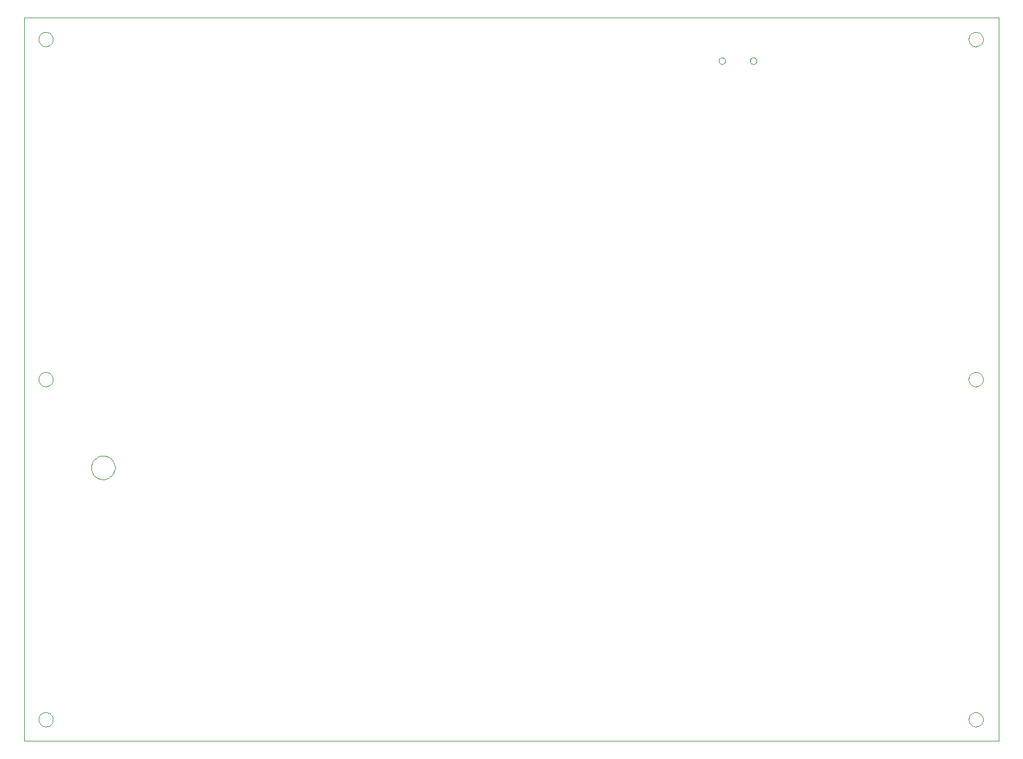
<source format=gko>
G75*
G70*
%OFA0B0*%
%FSLAX24Y24*%
%IPPOS*%
%LPD*%
%AMOC8*
5,1,8,0,0,1.08239X$1,22.5*
%
%ADD10C,0.0000*%
D10*
X000150Y000757D02*
X000150Y040520D01*
X053780Y040520D01*
X053780Y000757D01*
X000150Y000757D01*
X000937Y001938D02*
X000939Y001977D01*
X000945Y002016D01*
X000955Y002054D01*
X000968Y002091D01*
X000985Y002126D01*
X001005Y002160D01*
X001029Y002191D01*
X001056Y002220D01*
X001085Y002246D01*
X001117Y002269D01*
X001151Y002289D01*
X001187Y002305D01*
X001224Y002317D01*
X001263Y002326D01*
X001302Y002331D01*
X001341Y002332D01*
X001380Y002329D01*
X001419Y002322D01*
X001456Y002311D01*
X001493Y002297D01*
X001528Y002279D01*
X001561Y002258D01*
X001592Y002233D01*
X001620Y002206D01*
X001645Y002176D01*
X001667Y002143D01*
X001686Y002109D01*
X001701Y002073D01*
X001713Y002035D01*
X001721Y001997D01*
X001725Y001958D01*
X001725Y001918D01*
X001721Y001879D01*
X001713Y001841D01*
X001701Y001803D01*
X001686Y001767D01*
X001667Y001733D01*
X001645Y001700D01*
X001620Y001670D01*
X001592Y001643D01*
X001561Y001618D01*
X001528Y001597D01*
X001493Y001579D01*
X001456Y001565D01*
X001419Y001554D01*
X001380Y001547D01*
X001341Y001544D01*
X001302Y001545D01*
X001263Y001550D01*
X001224Y001559D01*
X001187Y001571D01*
X001151Y001587D01*
X001117Y001607D01*
X001085Y001630D01*
X001056Y001656D01*
X001029Y001685D01*
X001005Y001716D01*
X000985Y001750D01*
X000968Y001785D01*
X000955Y001822D01*
X000945Y001860D01*
X000939Y001899D01*
X000937Y001938D01*
X003831Y015787D02*
X003833Y015837D01*
X003839Y015887D01*
X003849Y015937D01*
X003862Y015985D01*
X003879Y016033D01*
X003900Y016079D01*
X003924Y016123D01*
X003952Y016165D01*
X003983Y016205D01*
X004017Y016242D01*
X004054Y016277D01*
X004093Y016308D01*
X004134Y016337D01*
X004178Y016362D01*
X004224Y016384D01*
X004271Y016402D01*
X004319Y016416D01*
X004368Y016427D01*
X004418Y016434D01*
X004468Y016437D01*
X004519Y016436D01*
X004569Y016431D01*
X004619Y016422D01*
X004667Y016410D01*
X004715Y016393D01*
X004761Y016373D01*
X004806Y016350D01*
X004849Y016323D01*
X004889Y016293D01*
X004927Y016260D01*
X004962Y016224D01*
X004995Y016185D01*
X005024Y016144D01*
X005050Y016101D01*
X005073Y016056D01*
X005092Y016009D01*
X005107Y015961D01*
X005119Y015912D01*
X005127Y015862D01*
X005131Y015812D01*
X005131Y015762D01*
X005127Y015712D01*
X005119Y015662D01*
X005107Y015613D01*
X005092Y015565D01*
X005073Y015518D01*
X005050Y015473D01*
X005024Y015430D01*
X004995Y015389D01*
X004962Y015350D01*
X004927Y015314D01*
X004889Y015281D01*
X004849Y015251D01*
X004806Y015224D01*
X004761Y015201D01*
X004715Y015181D01*
X004667Y015164D01*
X004619Y015152D01*
X004569Y015143D01*
X004519Y015138D01*
X004468Y015137D01*
X004418Y015140D01*
X004368Y015147D01*
X004319Y015158D01*
X004271Y015172D01*
X004224Y015190D01*
X004178Y015212D01*
X004134Y015237D01*
X004093Y015266D01*
X004054Y015297D01*
X004017Y015332D01*
X003983Y015369D01*
X003952Y015409D01*
X003924Y015451D01*
X003900Y015495D01*
X003879Y015541D01*
X003862Y015589D01*
X003849Y015637D01*
X003839Y015687D01*
X003833Y015737D01*
X003831Y015787D01*
X000937Y020639D02*
X000939Y020678D01*
X000945Y020717D01*
X000955Y020755D01*
X000968Y020792D01*
X000985Y020827D01*
X001005Y020861D01*
X001029Y020892D01*
X001056Y020921D01*
X001085Y020947D01*
X001117Y020970D01*
X001151Y020990D01*
X001187Y021006D01*
X001224Y021018D01*
X001263Y021027D01*
X001302Y021032D01*
X001341Y021033D01*
X001380Y021030D01*
X001419Y021023D01*
X001456Y021012D01*
X001493Y020998D01*
X001528Y020980D01*
X001561Y020959D01*
X001592Y020934D01*
X001620Y020907D01*
X001645Y020877D01*
X001667Y020844D01*
X001686Y020810D01*
X001701Y020774D01*
X001713Y020736D01*
X001721Y020698D01*
X001725Y020659D01*
X001725Y020619D01*
X001721Y020580D01*
X001713Y020542D01*
X001701Y020504D01*
X001686Y020468D01*
X001667Y020434D01*
X001645Y020401D01*
X001620Y020371D01*
X001592Y020344D01*
X001561Y020319D01*
X001528Y020298D01*
X001493Y020280D01*
X001456Y020266D01*
X001419Y020255D01*
X001380Y020248D01*
X001341Y020245D01*
X001302Y020246D01*
X001263Y020251D01*
X001224Y020260D01*
X001187Y020272D01*
X001151Y020288D01*
X001117Y020308D01*
X001085Y020331D01*
X001056Y020357D01*
X001029Y020386D01*
X001005Y020417D01*
X000985Y020451D01*
X000968Y020486D01*
X000955Y020523D01*
X000945Y020561D01*
X000939Y020600D01*
X000937Y020639D01*
X000937Y039339D02*
X000939Y039378D01*
X000945Y039417D01*
X000955Y039455D01*
X000968Y039492D01*
X000985Y039527D01*
X001005Y039561D01*
X001029Y039592D01*
X001056Y039621D01*
X001085Y039647D01*
X001117Y039670D01*
X001151Y039690D01*
X001187Y039706D01*
X001224Y039718D01*
X001263Y039727D01*
X001302Y039732D01*
X001341Y039733D01*
X001380Y039730D01*
X001419Y039723D01*
X001456Y039712D01*
X001493Y039698D01*
X001528Y039680D01*
X001561Y039659D01*
X001592Y039634D01*
X001620Y039607D01*
X001645Y039577D01*
X001667Y039544D01*
X001686Y039510D01*
X001701Y039474D01*
X001713Y039436D01*
X001721Y039398D01*
X001725Y039359D01*
X001725Y039319D01*
X001721Y039280D01*
X001713Y039242D01*
X001701Y039204D01*
X001686Y039168D01*
X001667Y039134D01*
X001645Y039101D01*
X001620Y039071D01*
X001592Y039044D01*
X001561Y039019D01*
X001528Y038998D01*
X001493Y038980D01*
X001456Y038966D01*
X001419Y038955D01*
X001380Y038948D01*
X001341Y038945D01*
X001302Y038946D01*
X001263Y038951D01*
X001224Y038960D01*
X001187Y038972D01*
X001151Y038988D01*
X001117Y039008D01*
X001085Y039031D01*
X001056Y039057D01*
X001029Y039086D01*
X001005Y039117D01*
X000985Y039151D01*
X000968Y039186D01*
X000955Y039223D01*
X000945Y039261D01*
X000939Y039300D01*
X000937Y039339D01*
X038359Y038150D02*
X038361Y038176D01*
X038367Y038202D01*
X038377Y038227D01*
X038390Y038250D01*
X038406Y038270D01*
X038426Y038288D01*
X038448Y038303D01*
X038471Y038315D01*
X038497Y038323D01*
X038523Y038327D01*
X038549Y038327D01*
X038575Y038323D01*
X038601Y038315D01*
X038625Y038303D01*
X038646Y038288D01*
X038666Y038270D01*
X038682Y038250D01*
X038695Y038227D01*
X038705Y038202D01*
X038711Y038176D01*
X038713Y038150D01*
X038711Y038124D01*
X038705Y038098D01*
X038695Y038073D01*
X038682Y038050D01*
X038666Y038030D01*
X038646Y038012D01*
X038624Y037997D01*
X038601Y037985D01*
X038575Y037977D01*
X038549Y037973D01*
X038523Y037973D01*
X038497Y037977D01*
X038471Y037985D01*
X038447Y037997D01*
X038426Y038012D01*
X038406Y038030D01*
X038390Y038050D01*
X038377Y038073D01*
X038367Y038098D01*
X038361Y038124D01*
X038359Y038150D01*
X040091Y038150D02*
X040093Y038176D01*
X040099Y038202D01*
X040109Y038227D01*
X040122Y038250D01*
X040138Y038270D01*
X040158Y038288D01*
X040180Y038303D01*
X040203Y038315D01*
X040229Y038323D01*
X040255Y038327D01*
X040281Y038327D01*
X040307Y038323D01*
X040333Y038315D01*
X040357Y038303D01*
X040378Y038288D01*
X040398Y038270D01*
X040414Y038250D01*
X040427Y038227D01*
X040437Y038202D01*
X040443Y038176D01*
X040445Y038150D01*
X040443Y038124D01*
X040437Y038098D01*
X040427Y038073D01*
X040414Y038050D01*
X040398Y038030D01*
X040378Y038012D01*
X040356Y037997D01*
X040333Y037985D01*
X040307Y037977D01*
X040281Y037973D01*
X040255Y037973D01*
X040229Y037977D01*
X040203Y037985D01*
X040179Y037997D01*
X040158Y038012D01*
X040138Y038030D01*
X040122Y038050D01*
X040109Y038073D01*
X040099Y038098D01*
X040093Y038124D01*
X040091Y038150D01*
X052118Y039339D02*
X052120Y039378D01*
X052126Y039417D01*
X052136Y039455D01*
X052149Y039492D01*
X052166Y039527D01*
X052186Y039561D01*
X052210Y039592D01*
X052237Y039621D01*
X052266Y039647D01*
X052298Y039670D01*
X052332Y039690D01*
X052368Y039706D01*
X052405Y039718D01*
X052444Y039727D01*
X052483Y039732D01*
X052522Y039733D01*
X052561Y039730D01*
X052600Y039723D01*
X052637Y039712D01*
X052674Y039698D01*
X052709Y039680D01*
X052742Y039659D01*
X052773Y039634D01*
X052801Y039607D01*
X052826Y039577D01*
X052848Y039544D01*
X052867Y039510D01*
X052882Y039474D01*
X052894Y039436D01*
X052902Y039398D01*
X052906Y039359D01*
X052906Y039319D01*
X052902Y039280D01*
X052894Y039242D01*
X052882Y039204D01*
X052867Y039168D01*
X052848Y039134D01*
X052826Y039101D01*
X052801Y039071D01*
X052773Y039044D01*
X052742Y039019D01*
X052709Y038998D01*
X052674Y038980D01*
X052637Y038966D01*
X052600Y038955D01*
X052561Y038948D01*
X052522Y038945D01*
X052483Y038946D01*
X052444Y038951D01*
X052405Y038960D01*
X052368Y038972D01*
X052332Y038988D01*
X052298Y039008D01*
X052266Y039031D01*
X052237Y039057D01*
X052210Y039086D01*
X052186Y039117D01*
X052166Y039151D01*
X052149Y039186D01*
X052136Y039223D01*
X052126Y039261D01*
X052120Y039300D01*
X052118Y039339D01*
X052118Y020639D02*
X052120Y020678D01*
X052126Y020717D01*
X052136Y020755D01*
X052149Y020792D01*
X052166Y020827D01*
X052186Y020861D01*
X052210Y020892D01*
X052237Y020921D01*
X052266Y020947D01*
X052298Y020970D01*
X052332Y020990D01*
X052368Y021006D01*
X052405Y021018D01*
X052444Y021027D01*
X052483Y021032D01*
X052522Y021033D01*
X052561Y021030D01*
X052600Y021023D01*
X052637Y021012D01*
X052674Y020998D01*
X052709Y020980D01*
X052742Y020959D01*
X052773Y020934D01*
X052801Y020907D01*
X052826Y020877D01*
X052848Y020844D01*
X052867Y020810D01*
X052882Y020774D01*
X052894Y020736D01*
X052902Y020698D01*
X052906Y020659D01*
X052906Y020619D01*
X052902Y020580D01*
X052894Y020542D01*
X052882Y020504D01*
X052867Y020468D01*
X052848Y020434D01*
X052826Y020401D01*
X052801Y020371D01*
X052773Y020344D01*
X052742Y020319D01*
X052709Y020298D01*
X052674Y020280D01*
X052637Y020266D01*
X052600Y020255D01*
X052561Y020248D01*
X052522Y020245D01*
X052483Y020246D01*
X052444Y020251D01*
X052405Y020260D01*
X052368Y020272D01*
X052332Y020288D01*
X052298Y020308D01*
X052266Y020331D01*
X052237Y020357D01*
X052210Y020386D01*
X052186Y020417D01*
X052166Y020451D01*
X052149Y020486D01*
X052136Y020523D01*
X052126Y020561D01*
X052120Y020600D01*
X052118Y020639D01*
X052118Y001938D02*
X052120Y001977D01*
X052126Y002016D01*
X052136Y002054D01*
X052149Y002091D01*
X052166Y002126D01*
X052186Y002160D01*
X052210Y002191D01*
X052237Y002220D01*
X052266Y002246D01*
X052298Y002269D01*
X052332Y002289D01*
X052368Y002305D01*
X052405Y002317D01*
X052444Y002326D01*
X052483Y002331D01*
X052522Y002332D01*
X052561Y002329D01*
X052600Y002322D01*
X052637Y002311D01*
X052674Y002297D01*
X052709Y002279D01*
X052742Y002258D01*
X052773Y002233D01*
X052801Y002206D01*
X052826Y002176D01*
X052848Y002143D01*
X052867Y002109D01*
X052882Y002073D01*
X052894Y002035D01*
X052902Y001997D01*
X052906Y001958D01*
X052906Y001918D01*
X052902Y001879D01*
X052894Y001841D01*
X052882Y001803D01*
X052867Y001767D01*
X052848Y001733D01*
X052826Y001700D01*
X052801Y001670D01*
X052773Y001643D01*
X052742Y001618D01*
X052709Y001597D01*
X052674Y001579D01*
X052637Y001565D01*
X052600Y001554D01*
X052561Y001547D01*
X052522Y001544D01*
X052483Y001545D01*
X052444Y001550D01*
X052405Y001559D01*
X052368Y001571D01*
X052332Y001587D01*
X052298Y001607D01*
X052266Y001630D01*
X052237Y001656D01*
X052210Y001685D01*
X052186Y001716D01*
X052166Y001750D01*
X052149Y001785D01*
X052136Y001822D01*
X052126Y001860D01*
X052120Y001899D01*
X052118Y001938D01*
M02*

</source>
